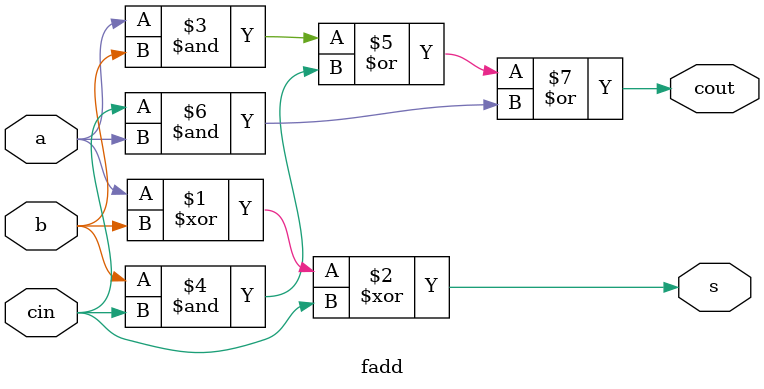
<source format=v>
`timescale 1ns / 1ps


module fadd(a,b,cin,s,cout);
input a,b,cin;
output s, cout;

assign s=a^b^cin;
assign cout=a&b|b&cin|cin&a;
endmodule

</source>
